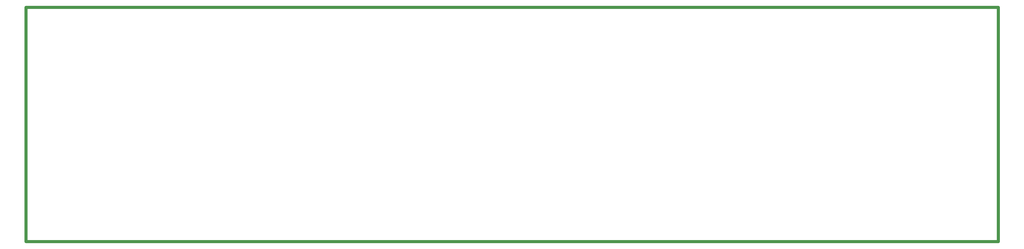
<source format=gbr>
%FSLAX44Y44*%
%OFA0.0000B0.0000*%
%SFA1B1*%
%MOMM*%
%ADD27C,0.7620X0.0000*%
%LNMask Bottom*%
%LPD*%
G54D10*
G54D27*
X2353543Y-217554D2*
X2353543Y-217554D1*
X2353543Y359746D2*
X2353543Y-217554D1*
X-36107Y359746D2*
X2353543Y359746D1*
X-36107Y-217554D2*
X-36107Y359746D1*
X2353543Y-217554D2*
X-36107Y-217554D1*
M02*

</source>
